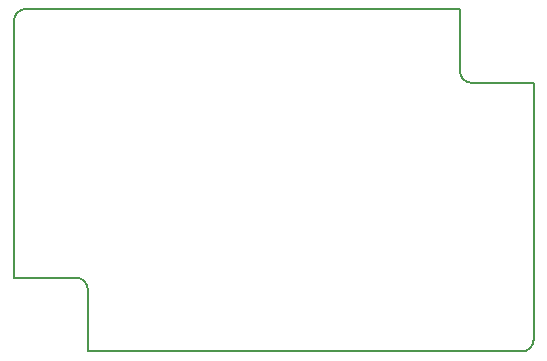
<source format=gm1>
G04 #@! TF.GenerationSoftware,KiCad,Pcbnew,(5.1.4)-1*
G04 #@! TF.CreationDate,2019-09-16T22:23:31+02:00*
G04 #@! TF.ProjectId,RTD,5254442e-6b69-4636-9164-5f7063625858,1.2*
G04 #@! TF.SameCoordinates,PXe4e1c0PY29f6300*
G04 #@! TF.FileFunction,Profile,NP*
%FSLAX46Y46*%
G04 Gerber Fmt 4.6, Leading zero omitted, Abs format (unit mm)*
G04 Created by KiCad (PCBNEW (5.1.4)-1) date 2019-09-16 22:23:31*
%MOMM*%
%LPD*%
G04 APERTURE LIST*
%ADD10C,0.150000*%
G04 APERTURE END LIST*
D10*
X6250000Y5250000D02*
G75*
G03X5250000Y6250000I-1000000J0D01*
G01*
X37750000Y23750000D02*
G75*
G03X38750000Y22750000I1000000J0D01*
G01*
X43000000Y0D02*
G75*
G03X44000000Y1000000I0J1000000D01*
G01*
X1000000Y29000000D02*
G75*
G03X0Y28000000I0J-1000000D01*
G01*
X38750000Y22750000D02*
X44000000Y22750000D01*
X37750000Y29000000D02*
X37750000Y23750000D01*
X6250000Y5250000D02*
X6250000Y0D01*
X0Y6250000D02*
X5250000Y6250000D01*
X6250000Y0D02*
X43000000Y0D01*
X44000000Y22750000D02*
X44000000Y1000000D01*
X1000000Y29000000D02*
X37750000Y29000000D01*
X0Y28000000D02*
X0Y6250000D01*
M02*

</source>
